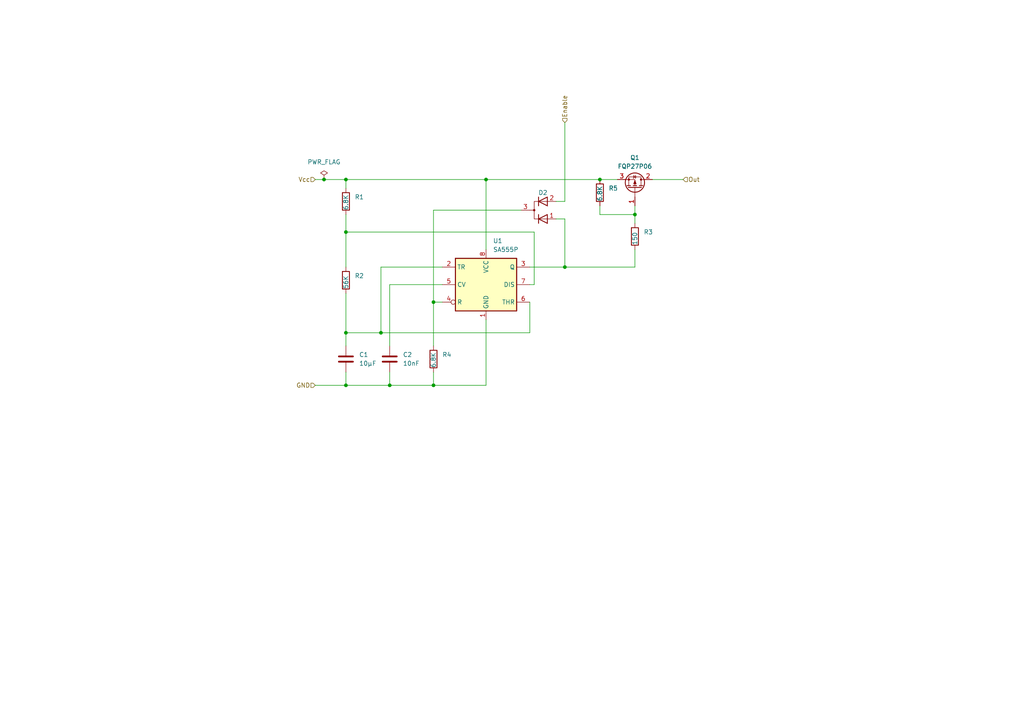
<source format=kicad_sch>
(kicad_sch (version 20211123) (generator eeschema)
  (paper "A4")
  (title_block (title "Module clignotant") (date "2025-01-08") (company "Vélo solaire pour tous") (comment 1 "Licence CERN-OHL-S version 2"))
  (lib_symbols
    (symbol "Device:C" (pin_numbers hide) (pin_names (offset 0.254))
      (property "Reference" "C" (at 0.635 2.54 0))
      (property "Value" "C" (at 0.635 -2.54 0))
      (symbol "C_0_1"
        (polyline (pts (xy -2.032 -0.762) (xy 2.032 -0.762)) (stroke (width 0.508)))
        (polyline (pts (xy -2.032 0.762) (xy 2.032 0.762)) (stroke (width 0.508)))
      )
      (symbol "C_1_1"
        (pin passive line (at 0 3.81 270) (length 2.794) (name "~") (number "1"))
        (pin passive line (at 0 -3.81 90) (length 2.794) (name "~") (number "2"))
      )
    )
    (symbol "Device:D_Dual_CommonCathode_AAK_Parallel" (pin_names (offset 0.762) hide)
      (property "Reference" "D" (at 0 5.08 0))
      (property "Value" "D_Dual_CommonCathode_AAK_Parallel" (at 0 -5.08 0))
      (symbol "D_Dual_CommonCathode_AAK_Parallel_0_0"
        (polyline (pts (xy 0 -1.27) (xy 0 -3.81)) (stroke (width 0.254)))
        (polyline (pts (xy 0 1.27) (xy 0 3.81)) (stroke (width 0.254)))
      )
      (symbol "D_Dual_CommonCathode_AAK_Parallel_0_1"
        (polyline (pts (xy 1.27 0) (xy 2.54 0)))
        (polyline (pts (xy -2.54 -2.54) (xy 1.27 -2.54) (xy 1.27 2.54) (xy -2.54 2.54)))
        (polyline (pts (xy -2.54 -1.27) (xy 0 -2.54) (xy -2.54 -3.81) (xy -2.54 -1.27) (xy -2.54 -1.27) (xy -2.54 -1.27)) (stroke (width 0.254)))
        (polyline (pts (xy -2.54 3.81) (xy 0 2.54) (xy -2.54 1.27) (xy -2.54 3.81) (xy -2.54 3.81) (xy -2.54 3.81)) (stroke (width 0.254)))
        (circle (center 1.27 0) (radius 0.254) (fill (type outline)))
        (pin passive line (at -5.08 2.54 0) (length 2.54) (name "K") (number "1"))
        (pin passive line (at -5.08 -2.54 0) (length 2.54) (name "K") (number "2"))
        (pin passive line (at 5.08 0 180) (length 2.54) (name "A") (number "3"))
      )
    )
    (symbol "Device:R" (pin_numbers hide) (pin_names (offset 0))
      (property "Reference" "R" (at 2.032 0 90))
      (property "Value" "R" (at 0 0 90))
      (symbol "R_0_1"
        (rectangle (start -1.016 -2.54) (end 1.016 2.54) (stroke (width 0.254)))
      )
      (symbol "R_1_1"
        (pin passive line (at 0 3.81 270) (length 1.27) (name "~") (number "1"))
        (pin passive line (at 0 -3.81 90) (length 1.27) (name "~") (number "2"))
      )
    )
    (symbol "Timer:SA555P"
      (property "Reference" "U" (at -10.16 8.89 0))
      (property "Value" "SA555P" (at 2.54 8.89 0))
      (symbol "SA555P_0_0"
        (pin power_in line (at 0 -10.16 90) (length 2.54) (name "GND") (number "1"))
        (pin power_in line (at 0 10.16 270) (length 2.54) (name "VCC") (number "8"))
      )
      (symbol "SA555P_0_1"
        (rectangle (start -8.89 -7.62) (end 8.89 7.62) (stroke (width 0.254)) (fill (type background)))
        (rectangle (start -8.89 -7.62) (end 8.89 7.62) (stroke (width 0.254)) (fill (type background)))
      )
      (symbol "SA555P_1_1"
        (pin input line (at -12.7 5.08 0) (length 3.81) (name "TR") (number "2"))
        (pin output line (at 12.7 5.08 180) (length 3.81) (name "Q") (number "3"))
        (pin input inverted (at -12.7 -5.08 0) (length 3.81) (name "R") (number "4"))
        (pin input line (at -12.7 0 0) (length 3.81) (name "CV") (number "5"))
        (pin input line (at 12.7 -5.08 180) (length 3.81) (name "THR") (number "6"))
        (pin input line (at 12.7 0 180) (length 3.81) (name "DIS") (number "7"))
      )
    )
    (symbol "Transistor_FET:FQP27P06" (pin_names hide)
      (property "Reference" "Q" (at 5.08 1.905 0))
      (property "Value" "FQP27P06" (at 5.08 0 0))
      (symbol "FQP27P06_0_1"
        (polyline (pts (xy 0.254 0) (xy -2.54 0)))
        (polyline (pts (xy 0.254 1.905) (xy 0.254 -1.905)) (stroke (width 0.254)))
        (polyline (pts (xy 0.762 -1.27) (xy 0.762 -2.286)) (stroke (width 0.254)))
        (polyline (pts (xy 0.762 0.508) (xy 0.762 -0.508)) (stroke (width 0.254)))
        (polyline (pts (xy 0.762 2.286) (xy 0.762 1.27)) (stroke (width 0.254)))
        (polyline (pts (xy 2.54 2.54) (xy 2.54 1.778)))
        (polyline (pts (xy 2.54 -2.54) (xy 2.54 0) (xy 0.762 0)))
        (polyline (pts (xy 0.762 1.778) (xy 3.302 1.778) (xy 3.302 -1.778) (xy 0.762 -1.778)))
        (polyline (pts (xy 2.286 0) (xy 1.27 0.381) (xy 1.27 -0.381) (xy 2.286 0)) (fill (type outline)))
        (polyline (pts (xy 2.794 -0.508) (xy 2.921 -0.381) (xy 3.683 -0.381) (xy 3.81 -0.254)))
        (polyline (pts (xy 3.302 -0.381) (xy 2.921 0.254) (xy 3.683 0.254) (xy 3.302 -0.381)))
        (circle (center 1.651 0) (radius 2.794) (stroke (width 0.254)))
        (circle (center 2.54 -1.778) (radius 0.254) (fill (type outline)))
        (circle (center 2.54 1.778) (radius 0.254) (fill (type outline)))
      )
      (symbol "FQP27P06_1_1"
        (pin input line (at -5.08 0 0) (length 2.54) (name "G") (number "1"))
        (pin passive line (at 2.54 5.08 270) (length 2.54) (name "D") (number "2"))
        (pin passive line (at 2.54 -5.08 90) (length 2.54) (name "S") (number "3"))
      )
    )
    (symbol "power:PWR_FLAG" (power) (pin_numbers hide) (pin_names (offset 0) hide)
      (property "Value" "PWR_FLAG" (at 0 3.81 0))
      (symbol "PWR_FLAG_0_0"
        (pin power_out line (at 0 0 90) (length 0) (name "pwr") (number "1"))
      )
      (symbol "PWR_FLAG_0_1"
        (polyline (pts (xy 0 0) (xy 0 1.27) (xy -1.016 1.905) (xy 0 2.54) (xy 1.016 1.905) (xy 0 1.27)))
      )
    )
  )
  (junction (at 163.83 77.47))
  (junction (at 140.97 52.07))
  (junction (at 184.15 62.23))
  (junction (at 100.33 67.31))
  (junction (at 113.03 111.76))
  (junction (at 100.33 52.07))
  (junction (at 173.99 52.07))
  (junction (at 93.98 52.07))
  (junction (at 125.73 111.76))
  (junction (at 125.73 87.63))
  (junction (at 100.33 111.76))
  (junction (at 110.49 96.52))
  (junction (at 100.33 96.52))
  (wire (pts (xy 140.97 52.07) (xy 140.97 72.39)))
  (wire (pts (xy 140.97 92.71) (xy 140.97 111.76)))
  (wire (pts (xy 125.73 111.76) (xy 140.97 111.76)))
  (wire (pts (xy 125.73 107.95) (xy 125.73 111.76)))
  (wire (pts (xy 125.73 87.63) (xy 128.27 87.63)))
  (wire (pts (xy 128.27 77.47) (xy 110.49 77.47)))
  (wire (pts (xy 140.97 52.07) (xy 173.99 52.07)))
  (wire (pts (xy 128.27 82.55) (xy 113.03 82.55)))
  (wire (pts (xy 153.67 96.52) (xy 110.49 96.52)))
  (wire (pts (xy 100.33 67.31) (xy 100.33 77.47)))
  (wire (pts (xy 189.23 52.07) (xy 198.12 52.07)))
  (wire (pts (xy 153.67 82.55) (xy 154.94 82.55)))
  (wire (pts (xy 100.33 111.76) (xy 100.33 107.95)))
  (wire (pts (xy 100.33 67.31) (xy 154.94 67.31)))
  (wire (pts (xy 110.49 77.47) (xy 110.49 96.52)))
  (wire (pts (xy 113.03 111.76) (xy 125.73 111.76)))
  (wire (pts (xy 153.67 77.47) (xy 163.83 77.47)))
  (wire (pts (xy 91.44 52.07) (xy 93.98 52.07)))
  (wire (pts (xy 184.15 64.77) (xy 184.15 62.23)))
  (wire (pts (xy 100.33 85.09) (xy 100.33 96.52)))
  (wire (pts (xy 113.03 111.76) (xy 100.33 111.76)))
  (wire (pts (xy 100.33 96.52) (xy 110.49 96.52)))
  (wire (pts (xy 184.15 62.23) (xy 184.15 59.69)))
  (wire (pts (xy 113.03 107.95) (xy 113.03 111.76)))
  (wire (pts (xy 125.73 87.63) (xy 125.73 100.33)))
  (wire (pts (xy 151.13 60.96) (xy 125.73 60.96)))
  (wire (pts (xy 93.98 52.07) (xy 100.33 52.07)))
  (wire (pts (xy 163.83 63.5) (xy 161.29 63.5)))
  (wire (pts (xy 153.67 87.63) (xy 153.67 96.52)))
  (wire (pts (xy 163.83 77.47) (xy 184.15 77.47)))
  (wire (pts (xy 163.83 35.56) (xy 163.83 58.42)))
  (wire (pts (xy 163.83 63.5) (xy 163.83 77.47)))
  (wire (pts (xy 100.33 96.52) (xy 100.33 100.33)))
  (wire (pts (xy 173.99 52.07) (xy 179.07 52.07)))
  (wire (pts (xy 100.33 52.07) (xy 100.33 54.61)))
  (wire (pts (xy 184.15 72.39) (xy 184.15 77.47)))
  (wire (pts (xy 173.99 62.23) (xy 184.15 62.23)))
  (wire (pts (xy 100.33 62.23) (xy 100.33 67.31)))
  (wire (pts (xy 91.44 111.76) (xy 100.33 111.76)))
  (wire (pts (xy 163.83 58.42) (xy 161.29 58.42)))
  (wire (pts (xy 113.03 82.55) (xy 113.03 100.33)))
  (wire (pts (xy 125.73 60.96) (xy 125.73 87.63)))
  (wire (pts (xy 100.33 52.07) (xy 140.97 52.07)))
  (wire (pts (xy 173.99 59.69) (xy 173.99 62.23)))
  (wire (pts (xy 154.94 67.31) (xy 154.94 82.55)))
  (hierarchical_label "Out" (shape input) (at 198.12 52.07 0))
  (hierarchical_label "GND" (shape input) (at 91.44 111.76 180))
  (hierarchical_label "Enable" (shape input) (at 163.83 35.56 90))
  (hierarchical_label "Vcc" (shape input) (at 91.44 52.07 180))
  (symbol (lib_id "Device:C") (at 113.03 104.14 0) (unit 1)
    (property "Reference" "C2" (at 116.84 102.8699 0) (effects (justify left)))
    (property "Value" "10nF" (at 116.84 105.4099 0) (effects (justify left)))
    (property "Footprint" "Capacitor_THT:C_Disc_D4.3mm_W1.9mm_P5.00mm" (effects hide))
  )
  (symbol (lib_id "Device:R") (at 100.33 81.28 0) (unit 1)
    (property "Reference" "R2" (at 102.87 80.0099 0) (effects (justify left)))
    (property "Value" "56K" (at 100.33 83.82 90) (effects (justify left)))
    (property "Footprint" "Resistor_THT:R_Axial_DIN0207_L6.3mm_D2.5mm_P10.16mm_Horizontal" (effects hide))
  )
  (symbol (lib_id "Timer:SA555P") (at 140.97 82.55 0) (unit 1)
    (property "Reference" "U1" (at 142.9894 69.85 0) (effects (justify left)))
    (property "Value" "SA555P" (at 142.9894 72.39 0) (effects (justify left)))
    (property "Footprint" "Package_DIP:DIP-8_W7.62mm" (effects hide))
    (property "Datasheet" "http://www.ti.com/lit/ds/symlink/ne555.pdf" (effects hide))
  )
  (symbol (lib_id "Device:D_Dual_CommonCathode_AAK_Parallel") (at 156.21 60.96 180) (unit 1)
    (property "Reference" "D2" (at 157.48 55.88 0))
    (property "Value" "D_Dual_CommonCathode_AAK_Parallel" (effects hide))
    (property "Footprint" "Package_TO_SOT_THT:TO-220-3_Vertical" (effects hide))
  )
  (symbol (lib_id "Device:R") (at 100.33 58.42 0) (unit 1)
    (property "Reference" "R1" (at 102.87 57.1499 0) (effects (justify left)))
    (property "Value" "6.8K" (at 100.33 60.96 90) (effects (justify left)))
    (property "Footprint" "Resistor_THT:R_Axial_DIN0207_L6.3mm_D2.5mm_P10.16mm_Horizontal" (effects hide))
  )
  (symbol (lib_id "Device:R") (at 184.15 68.58 180) (unit 1)
    (property "Reference" "R3" (at 186.69 67.3099 0) (effects (justify right)))
    (property "Value" "150" (at 184.15 71.12 90) (effects (justify right)))
    (property "Footprint" "Resistor_THT:R_Axial_DIN0207_L6.3mm_D2.5mm_P10.16mm_Horizontal" (effects hide))
  )
  (symbol (lib_id "Device:R") (at 125.73 104.14 0) (unit 1)
    (property "Reference" "R4" (at 128.27 102.8699 0) (effects (justify left)))
    (property "Value" "6.8K" (at 125.73 106.68 90) (effects (justify left)))
    (property "Footprint" "Resistor_THT:R_Axial_DIN0207_L6.3mm_D2.5mm_P10.16mm_Horizontal" (effects hide))
  )
  (symbol (lib_id "power:PWR_FLAG") (at 93.98 52.07 0) (unit 1)
    (property "Reference" "#FLG0101" (effects hide))
    (property "Value" "PWR_FLAG" (at 93.98 46.99 0))
  )
  (symbol (lib_id "Device:R") (at 173.99 55.88 0) (unit 1)
    (property "Reference" "R5" (at 176.53 54.6099 0) (effects (justify left)))
    (property "Value" "6.8K" (at 173.99 58.42 90) (effects (justify left)))
    (property "Footprint" "Resistor_THT:R_Axial_DIN0207_L6.3mm_D2.5mm_P10.16mm_Horizontal" (effects hide))
  )
  (symbol (lib_id "Transistor_FET:FQP27P06") (at 184.15 54.61 270) (mirror x) (unit 1)
    (property "Reference" "Q1" (at 184.15 45.72 90))
    (property "Value" "FQP27P06" (at 184.15 48.26 90))
    (property "Footprint" "Package_TO_SOT_THT:TO-220-3_Vertical" (effects hide))
    (property "Datasheet" "https://www.onsemi.com/pub/Collateral/FQP27P06-D.PDF" (effects hide))
  )
  (symbol (lib_id "Device:C") (at 100.33 104.14 0) (unit 1)
    (property "Reference" "C1" (at 104.14 102.8699 0) (effects (justify left)))
    (property "Value" "10µF" (at 104.14 105.4099 0) (effects (justify left)))
    (property "Footprint" "Capacitor_THT:C_Disc_D4.3mm_W1.9mm_P5.00mm" (effects hide))
  )
)
</source>
